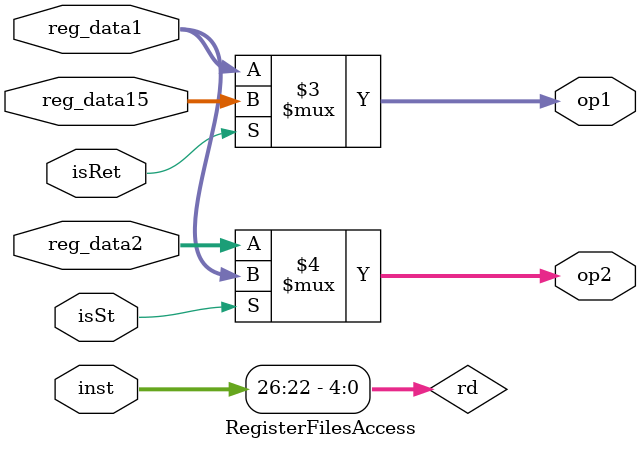
<source format=v>
module RegisterFilesAccess (
    input [31:0] inst,
    input isRet,
    input isSt,
    input [31:0] reg_data1,
    input [31:0] reg_data2,
    input [31:0] reg_data15,
    output [31:0] op1,
    output [31:0] op2
);

    wire [4:0] rd, rs1, rs2;

    assign rd  = inst[26:22];
    assign rs1 = isRet ? 5'd15 : inst[21:17];
    assign rs2 = isSt  ? rd     : inst[16:12];

    assign op1 = isRet ? reg_data15 : reg_data1;
    assign op2 = isSt  ? reg_data1  : reg_data2;

endmodule

</source>
